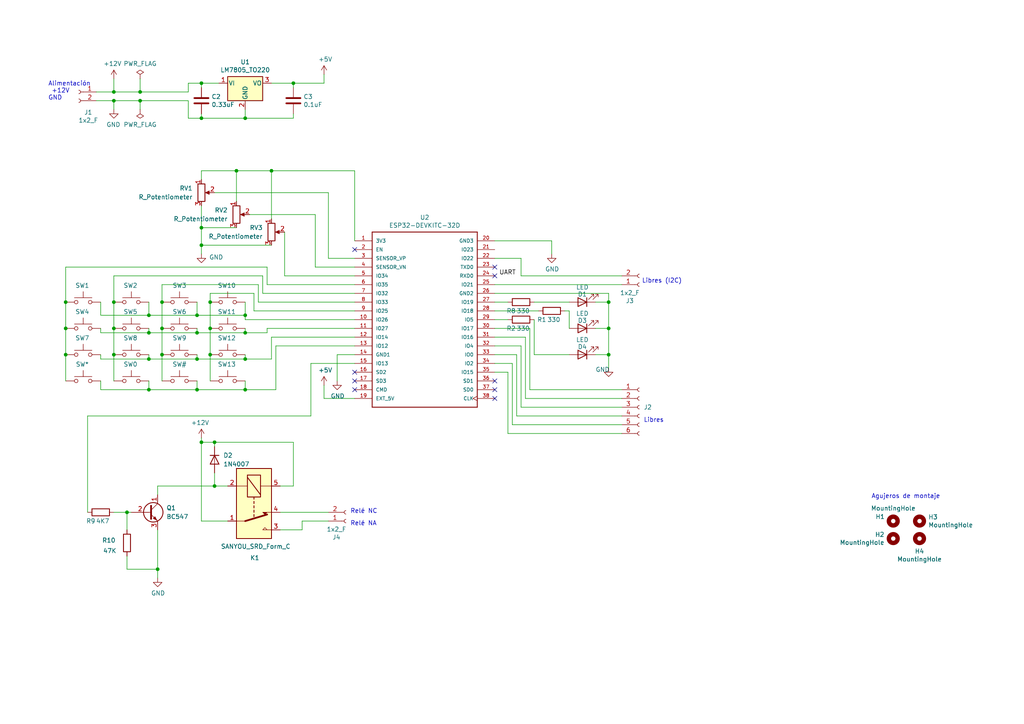
<source format=kicad_sch>
(kicad_sch (version 20231120) (generator "eeschema") (generator_version "8.0")
  (paper "A4")
  (title_block (title "Proyecto Informática II 2025") (date "2024-10-23") (rev "1.0") (company "Fernando E. Daniele"))
  (lib_symbols
    (symbol "Connector:Conn_01x06_Socket" (pin_names (offset 1.016) hide)
      (property "Reference" "J" (at 0 7.62 0))
      (property "Value" "Conn_01x06_Socket" (at 0 -10.16 0))
      (symbol "Conn_01x06_Socket_1_1"
        (arc (start 0 -7.112) (mid -0.5058 -7.62) (end 0 -8.128) (stroke (width 0.1524)))
        (arc (start 0 -4.572) (mid -0.5058 -5.08) (end 0 -5.588) (stroke (width 0.1524)))
        (arc (start 0 -2.032) (mid -0.5058 -2.54) (end 0 -3.048) (stroke (width 0.1524)))
        (polyline (pts (xy -1.27 -7.62) (xy -0.508 -7.62)) (stroke (width 0.1524)))
        (polyline (pts (xy -1.27 -5.08) (xy -0.508 -5.08)) (stroke (width 0.1524)))
        (polyline (pts (xy -1.27 -2.54) (xy -0.508 -2.54)) (stroke (width 0.1524)))
        (polyline (pts (xy -1.27 0) (xy -0.508 0)) (stroke (width 0.1524)))
        (polyline (pts (xy -1.27 2.54) (xy -0.508 2.54)) (stroke (width 0.1524)))
        (polyline (pts (xy -1.27 5.08) (xy -0.508 5.08)) (stroke (width 0.1524)))
        (arc (start 0 0.508) (mid -0.5058 0) (end 0 -0.508) (stroke (width 0.1524)))
        (arc (start 0 3.048) (mid -0.5058 2.54) (end 0 2.032) (stroke (width 0.1524)))
        (arc (start 0 5.588) (mid -0.5058 5.08) (end 0 4.572) (stroke (width 0.1524)))
        (pin passive line (at -5.08 5.08 0) (length 3.81) (name "Pin_1") (number "1"))
        (pin passive line (at -5.08 2.54 0) (length 3.81) (name "Pin_2") (number "2"))
        (pin passive line (at -5.08 0 0) (length 3.81) (name "Pin_3") (number "3"))
        (pin passive line (at -5.08 -2.54 0) (length 3.81) (name "Pin_4") (number "4"))
        (pin passive line (at -5.08 -5.08 0) (length 3.81) (name "Pin_5") (number "5"))
        (pin passive line (at -5.08 -7.62 0) (length 3.81) (name "Pin_6") (number "6"))
      )
    )
    (symbol "Device:C" (pin_numbers hide) (pin_names (offset 0.254))
      (property "Reference" "C" (at 0.635 2.54 0))
      (property "Value" "C" (at 0.635 -2.54 0))
      (symbol "C_0_1"
        (polyline (pts (xy -2.032 -0.762) (xy 2.032 -0.762)) (stroke (width 0.508)))
        (polyline (pts (xy -2.032 0.762) (xy 2.032 0.762)) (stroke (width 0.508)))
      )
      (symbol "C_1_1"
        (pin passive line (at 0 3.81 270) (length 2.794) (name "~") (number "1"))
        (pin passive line (at 0 -3.81 90) (length 2.794) (name "~") (number "2"))
      )
    )
    (symbol "Device:LED" (pin_numbers hide) (pin_names (offset 1.016) hide)
      (property "Reference" "D" (at 0 2.54 0))
      (property "Value" "LED" (at 0 -2.54 0))
      (symbol "LED_0_1"
        (polyline (pts (xy -1.27 -1.27) (xy -1.27 1.27)) (stroke (width 0.254)))
        (polyline (pts (xy -1.27 0) (xy 1.27 0)))
        (polyline (pts (xy 1.27 -1.27) (xy 1.27 1.27) (xy -1.27 0) (xy 1.27 -1.27)) (stroke (width 0.254)))
        (polyline (pts (xy -3.048 -0.762) (xy -4.572 -2.286) (xy -3.81 -2.286) (xy -4.572 -2.286) (xy -4.572 -1.524)))
        (polyline (pts (xy -1.778 -0.762) (xy -3.302 -2.286) (xy -2.54 -2.286) (xy -3.302 -2.286) (xy -3.302 -1.524)))
      )
      (symbol "LED_1_1"
        (pin passive line (at -3.81 0 0) (length 2.54) (name "K") (number "1"))
        (pin passive line (at 3.81 0 180) (length 2.54) (name "A") (number "2"))
      )
    )
    (symbol "Device:R" (pin_numbers hide) (pin_names (offset 0))
      (property "Reference" "R" (at 2.032 0 90))
      (property "Value" "R" (at 0 0 90))
      (symbol "R_0_1"
        (rectangle (start -1.016 -2.54) (end 1.016 2.54) (stroke (width 0.254)))
      )
      (symbol "R_1_1"
        (pin passive line (at 0 3.81 270) (length 1.27) (name "~") (number "1"))
        (pin passive line (at 0 -3.81 90) (length 1.27) (name "~") (number "2"))
      )
    )
    (symbol "Device:R_Potentiometer" (pin_names (offset 1.016) hide)
      (property "Reference" "RV" (at -4.445 0 90))
      (property "Value" "R_Potentiometer" (at -2.54 0 90))
      (symbol "R_Potentiometer_0_1"
        (polyline (pts (xy 2.54 0) (xy 1.524 0)))
        (polyline (pts (xy 1.143 0) (xy 2.286 0.508) (xy 2.286 -0.508) (xy 1.143 0)) (fill (type outline)))
        (rectangle (start 1.016 2.54) (end -1.016 -2.54) (stroke (width 0.254)))
      )
      (symbol "R_Potentiometer_1_1"
        (pin passive line (at 0 3.81 270) (length 1.27) (name "1") (number "1"))
        (pin passive line (at 3.81 0 180) (length 1.27) (name "2") (number "2"))
        (pin passive line (at 0 -3.81 90) (length 1.27) (name "3") (number "3"))
      )
    )
    (symbol "Diode:1N4007" (pin_numbers hide) (pin_names hide)
      (property "Reference" "D" (at 0 2.54 0))
      (property "Value" "1N4007" (at 0 -2.54 0))
      (symbol "1N4007_0_1"
        (polyline (pts (xy -1.27 1.27) (xy -1.27 -1.27)) (stroke (width 0.254)))
        (polyline (pts (xy 1.27 0) (xy -1.27 0)))
        (polyline (pts (xy 1.27 1.27) (xy 1.27 -1.27) (xy -1.27 0) (xy 1.27 1.27)) (stroke (width 0.254)))
      )
      (symbol "1N4007_1_1"
        (pin passive line (at -3.81 0 0) (length 2.54) (name "K") (number "1"))
        (pin passive line (at 3.81 0 180) (length 2.54) (name "A") (number "2"))
      )
    )
    (symbol "Mechanical:MountingHole" (pin_names (offset 1.016)) (exclude_from_sim yes) (in_bom no)
      (property "Reference" "H" (at 0 5.08 0))
      (property "Value" "MountingHole" (at 0 3.175 0))
      (symbol "MountingHole_0_1"
        (circle (center 0 0) (radius 1.27) (stroke (width 1.27)))
      )
    )
    (symbol "Regulator_Linear:LM7805_TO220" (pin_names (offset 0.254))
      (property "Reference" "U" (at -3.81 3.175 0))
      (property "Value" "LM7805_TO220" (at 0 3.175 0))
      (symbol "LM7805_TO220_0_1"
        (rectangle (start -5.08 1.905) (end 5.08 -5.08) (stroke (width 0.254)) (fill (type background)))
      )
      (symbol "LM7805_TO220_1_1"
        (pin power_in line (at -7.62 0 0) (length 2.54) (name "VI") (number "1"))
        (pin power_in line (at 0 -7.62 90) (length 2.54) (name "GND") (number "2"))
        (pin power_out line (at 7.62 0 180) (length 2.54) (name "VO") (number "3"))
      )
    )
    (symbol "Relay:SANYOU_SRD_Form_C"
      (property "Reference" "K" (at 11.43 3.81 0))
      (property "Value" "SANYOU_SRD_Form_C" (at 11.43 1.27 0))
      (symbol "SANYOU_SRD_Form_C_0_0"
        (polyline (pts (xy 7.62 5.08) (xy 7.62 2.54) (xy 6.985 3.175) (xy 7.62 3.81)))
      )
      (symbol "SANYOU_SRD_Form_C_0_1"
        (rectangle (start -10.16 5.08) (end 10.16 -5.08) (stroke (width 0.254)) (fill (type background)))
        (rectangle (start -8.255 1.905) (end -1.905 -1.905) (stroke (width 0.254)))
        (polyline (pts (xy -7.62 -1.905) (xy -2.54 1.905)) (stroke (width 0.254)))
        (polyline (pts (xy -5.08 -5.08) (xy -5.08 -1.905)))
        (polyline (pts (xy -5.08 5.08) (xy -5.08 1.905)))
        (polyline (pts (xy -1.905 0) (xy -1.27 0)) (stroke (width 0.254)))
        (polyline (pts (xy -0.635 0) (xy 0 0)) (stroke (width 0.254)))
        (polyline (pts (xy 0.635 0) (xy 1.27 0)) (stroke (width 0.254)))
        (polyline (pts (xy 1.905 0) (xy 2.54 0)) (stroke (width 0.254)))
        (polyline (pts (xy 3.175 0) (xy 3.81 0)) (stroke (width 0.254)))
        (polyline (pts (xy 5.08 -2.54) (xy 3.175 3.81)) (stroke (width 0.508)))
        (polyline (pts (xy 5.08 -2.54) (xy 5.08 -5.08)))
      )
      (symbol "SANYOU_SRD_Form_C_1_1"
        (polyline (pts (xy 2.54 3.81) (xy 3.175 3.175) (xy 2.54 2.54) (xy 2.54 5.08)) (fill (type outline)))
        (pin passive line (at 5.08 -7.62 90) (length 2.54) (name "~") (number "1"))
        (pin passive line (at -5.08 -7.62 90) (length 2.54) (name "~") (number "2"))
        (pin passive line (at 7.62 7.62 270) (length 2.54) (name "~") (number "3"))
        (pin passive line (at 2.54 7.62 270) (length 2.54) (name "~") (number "4"))
        (pin passive line (at -5.08 7.62 270) (length 2.54) (name "~") (number "5"))
      )
    )
    (symbol "Switch:SW_Push" (pin_numbers hide) (pin_names (offset 1.016) hide)
      (property "Reference" "SW" (at 1.27 2.54 0))
      (property "Value" "SW_Push" (at 0 -1.524 0))
      (symbol "SW_Push_0_1"
        (circle (center -2.032 0) (radius 0.508))
        (polyline (pts (xy 0 1.27) (xy 0 3.048)))
        (polyline (pts (xy 2.54 1.27) (xy -2.54 1.27)))
        (circle (center 2.032 0) (radius 0.508))
        (pin passive line (at -5.08 0 0) (length 2.54) (name "1") (number "1"))
        (pin passive line (at 5.08 0 180) (length 2.54) (name "2") (number "2"))
      )
    )
    (symbol "Titulador-rescue:+12V-power" (power) (pin_names (offset 0))
      (property "Value" "power_+12V" (at 0 3.556 0))
      (symbol "+12V-power_0_1"
        (polyline (pts (xy -0.762 1.27) (xy 0 2.54)))
        (polyline (pts (xy 0 0) (xy 0 2.54)))
        (polyline (pts (xy 0 2.54) (xy 0.762 1.27)))
      )
      (symbol "+12V-power_1_1"
        (pin power_in line (at 0 0 90) (length 0) hide (name "+12V") (number "1"))
      )
    )
    (symbol "Titulador-rescue:+5V-power" (power) (pin_names (offset 0))
      (property "Value" "power_+5V" (at 0 3.556 0))
      (symbol "+5V-power_0_1"
        (polyline (pts (xy -0.762 1.27) (xy 0 2.54)))
        (polyline (pts (xy 0 0) (xy 0 2.54)))
        (polyline (pts (xy 0 2.54) (xy 0.762 1.27)))
      )
      (symbol "+5V-power_1_1"
        (pin power_in line (at 0 0 90) (length 0) hide (name "+5V") (number "1"))
      )
    )
    (symbol "Titulador-rescue:Conn_01x02_Female-Connector" (pin_names (offset 1.016) hide)
      (property "Reference" "J" (at 0 2.54 0))
      (property "Value" "Connector_Conn_01x02_Female" (at 0 -5.08 0))
      (symbol "Conn_01x02_Female-Connector_1_1"
        (arc (start 0 -2.032) (mid -0.508 -2.54) (end 0 -3.048) (stroke (width 0.1524)))
        (polyline (pts (xy -1.27 -2.54) (xy -0.508 -2.54)) (stroke (width 0.1524)))
        (polyline (pts (xy -1.27 0) (xy -0.508 0)) (stroke (width 0.1524)))
        (arc (start 0 0.508) (mid -0.508 0) (end 0 -0.508) (stroke (width 0.1524)))
        (pin passive line (at -5.08 0 0) (length 3.81) (name "Pin_1") (number "1"))
        (pin passive line (at -5.08 -2.54 0) (length 3.81) (name "Pin_2") (number "2"))
      )
    )
    (symbol "Titulador-rescue:ESP32-DEVKITC-32D-ESP32-DEVKITC-32D" (pin_names (offset 1.016))
      (property "Reference" "U" (at -15.2654 26.0604 0))
      (property "Value" "ESP32-DEVKITC-32D-ESP32-DEVKITC-32D" (at -15.2654 -27.9654 0))
      (symbol "ESP32-DEVKITC-32D-ESP32-DEVKITC-32D_0_0"
        (polyline (pts (xy -15.24 -25.4) (xy -15.24 25.4)) (stroke (width 0.254)))
        (polyline (pts (xy -15.24 25.4) (xy 15.24 25.4)) (stroke (width 0.254)))
        (polyline (pts (xy 15.24 -25.4) (xy -15.24 -25.4)) (stroke (width 0.254)))
        (polyline (pts (xy 15.24 25.4) (xy 15.24 -25.4)) (stroke (width 0.254)))
        (pin power_in line (at -20.32 22.86 0) (length 5.08) (name "3V3") (number "1"))
        (pin bidirectional line (at -20.32 0 0) (length 5.08) (name "IO26") (number "10"))
        (pin bidirectional line (at -20.32 -2.54 0) (length 5.08) (name "IO27") (number "11"))
        (pin bidirectional line (at -20.32 -5.08 0) (length 5.08) (name "IO14") (number "12"))
        (pin bidirectional line (at -20.32 -7.62 0) (length 5.08) (name "IO12") (number "13"))
        (pin power_in line (at -20.32 -10.16 0) (length 5.08) (name "GND1") (number "14"))
        (pin bidirectional line (at -20.32 -12.7 0) (length 5.08) (name "IO13") (number "15"))
        (pin bidirectional line (at -20.32 -15.24 0) (length 5.08) (name "SD2") (number "16"))
        (pin bidirectional line (at -20.32 -17.78 0) (length 5.08) (name "SD3") (number "17"))
        (pin bidirectional line (at -20.32 -20.32 0) (length 5.08) (name "CMD") (number "18"))
        (pin power_in line (at -20.32 -22.86 0) (length 5.08) (name "EXT_5V") (number "19"))
        (pin input line (at -20.32 20.32 0) (length 5.08) (name "EN") (number "2"))
        (pin power_in line (at 20.32 22.86 180) (length 5.08) (name "GND3") (number "20"))
        (pin bidirectional line (at 20.32 20.32 180) (length 5.08) (name "IO23") (number "21"))
        (pin bidirectional line (at 20.32 17.78 180) (length 5.08) (name "IO22") (number "22"))
        (pin output line (at 20.32 15.24 180) (length 5.08) (name "TXD0") (number "23"))
        (pin input line (at 20.32 12.7 180) (length 5.08) (name "RXD0") (number "24"))
        (pin bidirectional line (at 20.32 10.16 180) (length 5.08) (name "IO21") (number "25"))
        (pin power_in line (at 20.32 7.62 180) (length 5.08) (name "GND2") (number "26"))
        (pin bidirectional line (at 20.32 5.08 180) (length 5.08) (name "IO19") (number "27"))
        (pin bidirectional line (at 20.32 2.54 180) (length 5.08) (name "IO18") (number "28"))
        (pin bidirectional line (at 20.32 0 180) (length 5.08) (name "IO5") (number "29"))
        (pin input line (at -20.32 17.78 0) (length 5.08) (name "SENSOR_VP") (number "3"))
        (pin bidirectional line (at 20.32 -2.54 180) (length 5.08) (name "IO17") (number "30"))
        (pin bidirectional line (at 20.32 -5.08 180) (length 5.08) (name "IO16") (number "31"))
        (pin bidirectional line (at 20.32 -7.62 180) (length 5.08) (name "IO4") (number "32"))
        (pin bidirectional line (at 20.32 -10.16 180) (length 5.08) (name "IO0") (number "33"))
        (pin bidirectional line (at 20.32 -12.7 180) (length 5.08) (name "IO2") (number "34"))
        (pin bidirectional line (at 20.32 -15.24 180) (length 5.08) (name "IO15") (number "35"))
        (pin bidirectional line (at 20.32 -17.78 180) (length 5.08) (name "SD1") (number "36"))
        (pin bidirectional line (at 20.32 -20.32 180) (length 5.08) (name "SD0") (number "37"))
        (pin input clock (at 20.32 -22.86 180) (length 5.08) (name "CLK") (number "38"))
        (pin input line (at -20.32 15.24 0) (length 5.08) (name "SENSOR_VN") (number "4"))
        (pin bidirectional line (at -20.32 12.7 0) (length 5.08) (name "IO34") (number "5"))
        (pin bidirectional line (at -20.32 10.16 0) (length 5.08) (name "IO35") (number "6"))
        (pin bidirectional line (at -20.32 7.62 0) (length 5.08) (name "IO32") (number "7"))
        (pin bidirectional line (at -20.32 5.08 0) (length 5.08) (name "IO33") (number "8"))
        (pin bidirectional line (at -20.32 2.54 0) (length 5.08) (name "IO25") (number "9"))
      )
    )
    (symbol "Titulador-rescue:GND-power" (power) (pin_names (offset 0))
      (property "Value" "power_GND" (at 0 -3.81 0))
      (symbol "GND-power_0_1"
        (polyline (pts (xy 0 0) (xy 0 -1.27) (xy 1.27 -1.27) (xy 0 -2.54) (xy -1.27 -1.27) (xy 0 -1.27)))
      )
      (symbol "GND-power_1_1"
        (pin power_in line (at 0 0 270) (length 0) hide (name "GND") (number "1"))
      )
    )
    (symbol "Titulador-rescue:PWR_FLAG-power" (power) (pin_numbers hide) (pin_names (offset 0) hide)
      (property "Value" "power_PWR_FLAG" (at 0 3.81 0))
      (symbol "PWR_FLAG-power_0_0"
        (pin power_out line (at 0 0 90) (length 0) (name "pwr") (number "1"))
      )
      (symbol "PWR_FLAG-power_0_1"
        (polyline (pts (xy 0 0) (xy 0 1.27) (xy -1.016 1.905) (xy 0 2.54) (xy 1.016 1.905) (xy 0 1.27)))
      )
    )
    (symbol "Transistor_BJT:BC547" (pin_names (offset 0) hide)
      (property "Reference" "Q" (at 5.08 1.905 0))
      (property "Value" "BC547" (at 5.08 0 0))
      (symbol "BC547_0_1"
        (polyline (pts (xy 0 0) (xy 0.635 0)))
        (polyline (pts (xy 0.635 0.635) (xy 2.54 2.54)))
        (polyline (pts (xy 0.635 -0.635) (xy 2.54 -2.54) (xy 2.54 -2.54)))
        (polyline (pts (xy 0.635 1.905) (xy 0.635 -1.905) (xy 0.635 -1.905)) (stroke (width 0.508)))
        (polyline (pts (xy 1.27 -1.778) (xy 1.778 -1.27) (xy 2.286 -2.286) (xy 1.27 -1.778) (xy 1.27 -1.778)) (fill (type outline)))
        (circle (center 1.27 0) (radius 2.8194) (stroke (width 0.254)))
      )
      (symbol "BC547_1_1"
        (pin passive line (at 2.54 5.08 270) (length 2.54) (name "C") (number "1"))
        (pin input line (at -5.08 0 0) (length 5.08) (name "B") (number "2"))
        (pin passive line (at 2.54 -5.08 90) (length 2.54) (name "E") (number "3"))
      )
    )
  )
  (junction (at 43.18 113.03))
  (junction (at 62.23 128.27))
  (junction (at 43.18 91.44))
  (junction (at 57.15 113.03))
  (junction (at 58.42 34.29))
  (junction (at 19.05 102.87))
  (junction (at 40.64 26.67))
  (junction (at 33.02 95.25))
  (junction (at 71.12 113.03))
  (junction (at 45.72 165.1))
  (junction (at 62.23 140.97))
  (junction (at 176.53 87.63))
  (junction (at 46.99 95.25))
  (junction (at 57.15 91.44))
  (junction (at 36.83 148.59))
  (junction (at 176.53 102.87))
  (junction (at 60.96 87.63))
  (junction (at 43.18 96.52))
  (junction (at 78.74 49.53))
  (junction (at 19.05 87.63))
  (junction (at 46.99 87.63))
  (junction (at 57.15 104.14))
  (junction (at 60.96 102.87))
  (junction (at 33.02 29.21))
  (junction (at 60.96 95.25))
  (junction (at 58.42 66.04))
  (junction (at 40.64 29.21))
  (junction (at 71.12 91.44))
  (junction (at 176.53 95.25))
  (junction (at 58.42 71.12))
  (junction (at 33.02 102.87))
  (junction (at 71.12 96.52))
  (junction (at 58.42 128.27))
  (junction (at 19.05 95.25))
  (junction (at 68.58 49.53))
  (junction (at 43.18 104.14))
  (junction (at 57.15 96.52))
  (junction (at 85.09 24.13))
  (junction (at 71.12 34.29))
  (junction (at 46.99 102.87))
  (junction (at 71.12 104.14))
  (junction (at 33.02 26.67))
  (junction (at 33.02 87.63))
  (junction (at 58.42 24.13))
  (no_connect (at 102.87 72.39))
  (no_connect (at 102.87 110.49))
  (no_connect (at 143.51 77.47))
  (no_connect (at 143.51 110.49))
  (no_connect (at 143.51 115.57))
  (no_connect (at 102.87 107.95))
  (no_connect (at 102.87 113.03))
  (no_connect (at 143.51 80.01))
  (no_connect (at 143.51 113.03))
  (wire (pts (xy 160.02 69.85) (xy 160.02 73.66)))
  (wire (pts (xy 27.94 26.67) (xy 33.02 26.67)))
  (wire (pts (xy 58.42 71.12) (xy 78.74 71.12)))
  (wire (pts (xy 33.02 22.86) (xy 33.02 26.67)))
  (wire (pts (xy 45.72 140.97) (xy 62.23 140.97)))
  (wire (pts (xy 78.74 97.79) (xy 78.74 104.14)))
  (wire (pts (xy 87.63 153.67) (xy 81.28 153.67)))
  (wire (pts (xy 58.42 49.53) (xy 58.42 52.07)))
  (wire (pts (xy 36.83 148.59) (xy 38.1 148.59)))
  (wire (pts (xy 154.94 92.71) (xy 154.94 102.87)))
  (wire (pts (xy 25.4 120.65) (xy 90.17 120.65)))
  (wire (pts (xy 71.12 34.29) (xy 71.12 31.75)))
  (wire (pts (xy 154.94 102.87) (xy 165.1 102.87)))
  (wire (pts (xy 153.67 95.25) (xy 143.51 95.25)))
  (wire (pts (xy 95.25 74.93) (xy 102.87 74.93)))
  (wire (pts (xy 172.72 102.87) (xy 176.53 102.87)))
  (wire (pts (xy 172.72 87.63) (xy 176.53 87.63)))
  (wire (pts (xy 19.05 102.87) (xy 19.05 110.49)))
  (wire (pts (xy 76.2 80.01) (xy 33.02 80.01)))
  (wire (pts (xy 180.34 123.19) (xy 148.59 123.19)))
  (wire (pts (xy 163.83 90.17) (xy 165.1 90.17)))
  (wire (pts (xy 77.47 82.55) (xy 77.47 77.47)))
  (wire (pts (xy 76.2 85.09) (xy 76.2 80.01)))
  (wire (pts (xy 19.05 77.47) (xy 19.05 87.63)))
  (wire (pts (xy 29.21 104.14) (xy 43.18 104.14)))
  (wire (pts (xy 180.34 118.11) (xy 151.13 118.11)))
  (wire (pts (xy 74.93 87.63) (xy 74.93 82.55)))
  (wire (pts (xy 57.15 110.49) (xy 57.15 113.03)))
  (wire (pts (xy 102.87 85.09) (xy 76.2 85.09)))
  (wire (pts (xy 68.58 49.53) (xy 68.58 58.42)))
  (wire (pts (xy 57.15 96.52) (xy 57.15 95.25)))
  (wire (pts (xy 54.61 34.29) (xy 58.42 34.29)))
  (wire (pts (xy 147.32 107.95) (xy 147.32 125.73)))
  (wire (pts (xy 57.15 113.03) (xy 43.18 113.03)))
  (wire (pts (xy 54.61 24.13) (xy 58.42 24.13)))
  (wire (pts (xy 33.02 80.01) (xy 33.02 87.63)))
  (wire (pts (xy 102.87 115.57) (xy 93.98 115.57)))
  (wire (pts (xy 90.17 105.41) (xy 102.87 105.41)))
  (wire (pts (xy 143.51 92.71) (xy 147.32 92.71)))
  (wire (pts (xy 71.12 102.87) (xy 71.12 104.14)))
  (wire (pts (xy 147.32 125.73) (xy 180.34 125.73)))
  (wire (pts (xy 46.99 87.63) (xy 46.99 95.25)))
  (wire (pts (xy 60.96 87.63) (xy 60.96 95.25)))
  (wire (pts (xy 151.13 74.93) (xy 143.51 74.93)))
  (wire (pts (xy 102.87 87.63) (xy 74.93 87.63)))
  (wire (pts (xy 165.1 90.17) (xy 165.1 95.25)))
  (wire (pts (xy 91.44 62.23) (xy 91.44 77.47)))
  (wire (pts (xy 62.23 55.88) (xy 95.25 55.88)))
  (wire (pts (xy 85.09 24.13) (xy 93.98 24.13)))
  (wire (pts (xy 66.04 151.13) (xy 58.42 151.13)))
  (wire (pts (xy 45.72 165.1) (xy 45.72 167.64)))
  (wire (pts (xy 176.53 87.63) (xy 176.53 95.25)))
  (wire (pts (xy 58.42 66.04) (xy 68.58 66.04)))
  (wire (pts (xy 66.04 140.97) (xy 62.23 140.97)))
  (wire (pts (xy 58.42 66.04) (xy 58.42 71.12)))
  (wire (pts (xy 71.12 92.71) (xy 71.12 91.44)))
  (wire (pts (xy 19.05 95.25) (xy 19.05 102.87)))
  (wire (pts (xy 85.09 34.29) (xy 71.12 34.29)))
  (wire (pts (xy 33.02 31.75) (xy 33.02 29.21)))
  (wire (pts (xy 90.17 105.41) (xy 90.17 120.65)))
  (wire (pts (xy 33.02 102.87) (xy 33.02 110.49)))
  (wire (pts (xy 71.12 104.14) (xy 57.15 104.14)))
  (wire (pts (xy 80.01 113.03) (xy 71.12 113.03)))
  (wire (pts (xy 102.87 102.87) (xy 97.79 102.87)))
  (wire (pts (xy 45.72 143.51) (xy 45.72 140.97)))
  (wire (pts (xy 43.18 91.44) (xy 57.15 91.44)))
  (wire (pts (xy 19.05 87.63) (xy 19.05 95.25)))
  (wire (pts (xy 149.86 102.87) (xy 143.51 102.87)))
  (wire (pts (xy 58.42 33.02) (xy 58.42 34.29)))
  (wire (pts (xy 29.21 91.44) (xy 43.18 91.44)))
  (wire (pts (xy 77.47 95.25) (xy 77.47 96.52)))
  (wire (pts (xy 87.63 151.13) (xy 87.63 153.67)))
  (wire (pts (xy 143.51 82.55) (xy 180.34 82.55)))
  (wire (pts (xy 33.02 95.25) (xy 33.02 102.87)))
  (wire (pts (xy 43.18 91.44) (xy 43.18 87.63)))
  (wire (pts (xy 102.87 97.79) (xy 78.74 97.79)))
  (wire (pts (xy 102.87 92.71) (xy 71.12 92.71)))
  (wire (pts (xy 151.13 100.33) (xy 143.51 100.33)))
  (wire (pts (xy 46.99 95.25) (xy 46.99 102.87)))
  (wire (pts (xy 40.64 29.21) (xy 54.61 29.21)))
  (wire (pts (xy 25.4 148.59) (xy 25.4 120.65)))
  (wire (pts (xy 176.53 95.25) (xy 176.53 102.87)))
  (wire (pts (xy 91.44 77.47) (xy 102.87 77.47)))
  (wire (pts (xy 72.39 62.23) (xy 91.44 62.23)))
  (wire (pts (xy 57.15 113.03) (xy 71.12 113.03)))
  (wire (pts (xy 60.96 95.25) (xy 60.96 102.87)))
  (wire (pts (xy 40.64 29.21) (xy 33.02 29.21)))
  (wire (pts (xy 77.47 96.52) (xy 71.12 96.52)))
  (wire (pts (xy 57.15 104.14) (xy 43.18 104.14)))
  (wire (pts (xy 102.87 100.33) (xy 80.01 100.33)))
  (wire (pts (xy 58.42 151.13) (xy 58.42 128.27)))
  (wire (pts (xy 151.13 118.11) (xy 151.13 100.33)))
  (wire (pts (xy 102.87 82.55) (xy 77.47 82.55)))
  (wire (pts (xy 85.09 25.4) (xy 85.09 24.13)))
  (wire (pts (xy 102.87 95.25) (xy 77.47 95.25)))
  (wire (pts (xy 40.64 31.75) (xy 40.64 29.21)))
  (wire (pts (xy 29.21 102.87) (xy 29.21 104.14)))
  (wire (pts (xy 43.18 113.03) (xy 29.21 113.03)))
  (wire (pts (xy 73.66 90.17) (xy 73.66 85.09)))
  (wire (pts (xy 102.87 90.17) (xy 73.66 90.17)))
  (wire (pts (xy 36.83 153.67) (xy 36.83 148.59)))
  (wire (pts (xy 85.09 33.02) (xy 85.09 34.29)))
  (wire (pts (xy 85.09 140.97) (xy 85.09 128.27)))
  (wire (pts (xy 152.4 115.57) (xy 152.4 97.79)))
  (wire (pts (xy 36.83 161.29) (xy 36.83 165.1)))
  (wire (pts (xy 46.99 82.55) (xy 46.99 87.63)))
  (wire (pts (xy 29.21 87.63) (xy 29.21 91.44)))
  (wire (pts (xy 71.12 110.49) (xy 71.12 113.03)))
  (wire (pts (xy 54.61 29.21) (xy 54.61 34.29)))
  (wire (pts (xy 29.21 95.25) (xy 29.21 96.52)))
  (wire (pts (xy 143.51 90.17) (xy 156.21 90.17)))
  (wire (pts (xy 180.34 113.03) (xy 153.67 113.03)))
  (wire (pts (xy 73.66 85.09) (xy 60.96 85.09)))
  (wire (pts (xy 102.87 49.53) (xy 102.87 69.85)))
  (wire (pts (xy 33.02 87.63) (xy 33.02 95.25)))
  (wire (pts (xy 93.98 24.13) (xy 93.98 21.59)))
  (wire (pts (xy 29.21 113.03) (xy 29.21 110.49)))
  (wire (pts (xy 74.93 82.55) (xy 46.99 82.55)))
  (wire (pts (xy 46.99 102.87) (xy 46.99 110.49)))
  (wire (pts (xy 60.96 102.87) (xy 60.96 110.49)))
  (wire (pts (xy 148.59 123.19) (xy 148.59 105.41)))
  (wire (pts (xy 82.55 80.01) (xy 82.55 67.31)))
  (wire (pts (xy 81.28 148.59) (xy 95.25 148.59)))
  (wire (pts (xy 60.96 85.09) (xy 60.96 87.63)))
  (wire (pts (xy 57.15 96.52) (xy 71.12 96.52)))
  (wire (pts (xy 148.59 105.41) (xy 143.51 105.41)))
  (wire (pts (xy 62.23 137.16) (xy 62.23 140.97)))
  (wire (pts (xy 180.34 120.65) (xy 149.86 120.65)))
  (wire (pts (xy 143.51 107.95) (xy 147.32 107.95)))
  (wire (pts (xy 97.79 102.87) (xy 97.79 110.49)))
  (wire (pts (xy 71.12 87.63) (xy 71.12 91.44)))
  (wire (pts (xy 143.51 69.85) (xy 160.02 69.85)))
  (wire (pts (xy 153.67 113.03) (xy 153.67 95.25)))
  (wire (pts (xy 62.23 129.54) (xy 62.23 128.27)))
  (wire (pts (xy 57.15 87.63) (xy 57.15 91.44)))
  (wire (pts (xy 176.53 85.09) (xy 176.53 87.63)))
  (wire (pts (xy 71.12 95.25) (xy 71.12 96.52)))
  (wire (pts (xy 93.98 115.57) (xy 93.98 111.76)))
  (wire (pts (xy 78.74 24.13) (xy 85.09 24.13)))
  (wire (pts (xy 180.34 115.57) (xy 152.4 115.57)))
  (wire (pts (xy 57.15 102.87) (xy 57.15 104.14)))
  (wire (pts (xy 172.72 95.25) (xy 176.53 95.25)))
  (wire (pts (xy 54.61 26.67) (xy 54.61 24.13)))
  (wire (pts (xy 33.02 148.59) (xy 36.83 148.59)))
  (wire (pts (xy 36.83 165.1) (xy 45.72 165.1)))
  (wire (pts (xy 58.42 25.4) (xy 58.42 24.13)))
  (wire (pts (xy 58.42 24.13) (xy 63.5 24.13)))
  (wire (pts (xy 78.74 49.53) (xy 102.87 49.53)))
  (wire (pts (xy 81.28 140.97) (xy 85.09 140.97)))
  (wire (pts (xy 149.86 120.65) (xy 149.86 102.87)))
  (wire (pts (xy 58.42 59.69) (xy 58.42 66.04)))
  (wire (pts (xy 27.94 29.21) (xy 33.02 29.21)))
  (wire (pts (xy 58.42 128.27) (xy 58.42 127)))
  (wire (pts (xy 143.51 85.09) (xy 176.53 85.09)))
  (wire (pts (xy 82.55 80.01) (xy 102.87 80.01)))
  (wire (pts (xy 154.94 87.63) (xy 165.1 87.63)))
  (wire (pts (xy 180.34 80.01) (xy 151.13 80.01)))
  (wire (pts (xy 45.72 153.67) (xy 45.72 165.1)))
  (wire (pts (xy 143.51 87.63) (xy 147.32 87.63)))
  (wire (pts (xy 57.15 91.44) (xy 71.12 91.44)))
  (wire (pts (xy 43.18 95.25) (xy 43.18 96.52)))
  (wire (pts (xy 40.64 26.67) (xy 33.02 26.67)))
  (wire (pts (xy 58.42 71.12) (xy 58.42 73.66)))
  (wire (pts (xy 58.42 34.29) (xy 71.12 34.29)))
  (wire (pts (xy 62.23 128.27) (xy 85.09 128.27)))
  (wire (pts (xy 43.18 110.49) (xy 43.18 113.03)))
  (wire (pts (xy 40.64 22.86) (xy 40.64 26.67)))
  (wire (pts (xy 40.64 26.67) (xy 54.61 26.67)))
  (wire (pts (xy 95.25 151.13) (xy 87.63 151.13)))
  (wire (pts (xy 80.01 100.33) (xy 80.01 113.03)))
  (wire (pts (xy 43.18 102.87) (xy 43.18 104.14)))
  (wire (pts (xy 68.58 49.53) (xy 78.74 49.53)))
  (wire (pts (xy 78.74 104.14) (xy 71.12 104.14)))
  (wire (pts (xy 29.21 96.52) (xy 43.18 96.52)))
  (wire (pts (xy 58.42 49.53) (xy 68.58 49.53)))
  (wire (pts (xy 78.74 49.53) (xy 78.74 63.5)))
  (wire (pts (xy 43.18 96.52) (xy 57.15 96.52)))
  (wire (pts (xy 152.4 97.79) (xy 143.51 97.79)))
  (wire (pts (xy 176.53 102.87) (xy 176.53 106.68)))
  (wire (pts (xy 77.47 77.47) (xy 19.05 77.47)))
  (wire (pts (xy 151.13 80.01) (xy 151.13 74.93)))
  (wire (pts (xy 95.25 55.88) (xy 95.25 74.93)))
  (wire (pts (xy 58.42 128.27) (xy 62.23 128.27)))
  (text "Libres (I2C)" (at 186.182 82.296 0) (effects (font (size 1.27 1.27)) (justify left bottom)))
  (text "Relé NA" (at 101.6 152.654 0) (effects (font (size 1.27 1.27)) (justify left bottom)))
  (text "Libres" (at 186.69 122.682 0) (effects (font (size 1.27 1.27)) (justify left bottom)))
  (text "Alimentación\n +12V\nGND" (at 13.97 29.21 0) (effects (font (size 1.27 1.27)) (justify left bottom)))
  (text "Agujeros de montaje" (at 252.73 144.78 0) (effects (font (size 1.27 1.27)) (justify left bottom)))
  (text "Relé NC" (at 101.6 149.098 0) (effects (font (size 1.27 1.27)) (justify left bottom)))
  (label "UART" (at 144.78 80.01 0))
  (symbol (lib_id "Titulador-rescue:ESP32-DEVKITC-32D-ESP32-DEVKITC-32D") (at 123.19 92.71 0) (unit 1)
    (property "Reference" "U2" (at 123.19 63.0682 0))
    (property "Value" "ESP32-DEVKITC-32D" (at 123.19 65.3796 0))
    (property "Footprint" "pcbTitulador:MODULE_ESP32-DEVKITC-32D" (effects (hide yes)))
    (property "Datasheet" "4" (effects (hide yes)))
    (property "Field4" "Espressif Systems" (effects (hide yes)))
  )
  (symbol (lib_id "Titulador-rescue:Conn_01x02_Female-Connector") (at 22.86 26.67 0) (mirror y) (unit 1)
    (property "Reference" "J1" (at 25.6032 32.5882 0))
    (property "Value" "1x2_F" (at 25.6032 34.8996 0))
    (property "Footprint" "Connector_PinSocket_2.54mm:PinSocket_1x02_P2.54mm_Vertical" (effects (hide yes)))
  )
  (symbol (lib_id "Titulador-rescue:GND-power") (at 33.02 31.75 0) (mirror y) (unit 1)
    (property "Reference" "#PWR03" (effects (hide yes)))
    (property "Value" "GND" (at 32.893 36.1442 0))
  )
  (symbol (lib_id "Titulador-rescue:+12V-power") (at 33.02 22.86 0) (mirror y) (unit 1)
    (property "Reference" "#PWR02" (effects (hide yes)))
    (property "Value" "+12V" (at 32.639 18.4658 0))
  )
  (symbol (lib_id "Titulador-rescue:GND-power") (at 97.79 110.49 0) (unit 1)
    (property "Reference" "#PWR012" (effects (hide yes)))
    (property "Value" "GND" (at 97.917 114.8842 0))
  )
  (symbol (lib_id "Titulador-rescue:GND-power") (at 176.53 106.68 0) (unit 1)
    (property "Reference" "#PWR016" (effects (hide yes)))
    (property "Value" "GND" (at 172.72 107.188 0) (effects (justify left)))
  )
  (symbol (lib_id "Titulador-rescue:+5V-power") (at 93.98 111.76 0) (unit 1)
    (property "Reference" "#PWR011" (effects (hide yes)))
    (property "Value" "+5V" (at 94.361 107.3658 0))
  )
  (symbol (lib_id "Mechanical:MountingHole") (at 266.7 151.13 0) (unit 1)
    (property "Reference" "H3" (at 269.24 149.9616 0) (effects (justify left)))
    (property "Value" "MountingHole" (at 269.24 152.273 0) (effects (justify left)))
    (property "Footprint" "MountingHole:MountingHole_3mm" (effects (hide yes)))
  )
  (symbol (lib_id "Mechanical:MountingHole") (at 266.7 156.21 0) (unit 1)
    (property "Reference" "H4" (at 266.7 159.893 0))
    (property "Value" "MountingHole" (at 266.7 162.2044 0))
    (property "Footprint" "MountingHole:MountingHole_3mm" (effects (hide yes)))
  )
  (symbol (lib_id "Mechanical:MountingHole") (at 259.08 151.13 0) (unit 1)
    (property "Reference" "H1" (at 255.27 149.86 0))
    (property "Value" "MountingHole" (at 259.08 147.4216 0))
    (property "Footprint" "MountingHole:MountingHole_3mm" (effects (hide yes)))
  )
  (symbol (lib_id "Mechanical:MountingHole") (at 259.08 156.21 0) (unit 1)
    (property "Reference" "H2" (at 256.54 155.0416 0) (effects (justify right)))
    (property "Value" "MountingHole" (at 256.54 157.353 0) (effects (justify right)))
    (property "Footprint" "MountingHole:MountingHole_3mm" (effects (hide yes)))
  )
  (symbol (lib_id "Titulador-rescue:PWR_FLAG-power") (at 40.64 22.86 0) (unit 1)
    (property "Reference" "#FLG01" (effects (hide yes)))
    (property "Value" "PWR_FLAG" (at 40.64 18.4658 0))
  )
  (symbol (lib_id "Titulador-rescue:PWR_FLAG-power") (at 40.64 31.75 180) (unit 1)
    (property "Reference" "#FLG02" (effects (hide yes)))
    (property "Value" "PWR_FLAG" (at 40.64 36.1442 0))
  )
  (symbol (lib_id "Titulador-rescue:GND-power") (at 160.02 73.66 0) (unit 1)
    (property "Reference" "#PWR018" (effects (hide yes)))
    (property "Value" "GND" (at 160.147 78.0542 0))
  )
  (symbol (lib_id "Regulator_Linear:LM7805_TO220") (at 71.12 24.13 0) (unit 1)
    (property "Reference" "U1" (at 71.12 17.9832 0))
    (property "Value" "LM7805_TO220" (at 71.12 20.2946 0))
    (property "Footprint" "Package_TO_SOT_THT:TO-220F-3_Horizontal_TabDown" (effects (hide yes)))
    (property "Datasheet" "http://www.fairchildsemi.com/ds/LM/LM7805.pdf" (effects (hide yes)))
  )
  (symbol (lib_id "Device:C") (at 58.42 29.21 0) (unit 1)
    (property "Reference" "C2" (at 61.341 28.0416 0) (effects (justify left)))
    (property "Value" "0.33uF" (at 61.341 30.353 0) (effects (justify left)))
    (property "Footprint" "Capacitor_THT:C_Axial_L5.1mm_D3.1mm_P7.50mm_Horizontal" (effects (hide yes)))
  )
  (symbol (lib_id "Device:C") (at 85.09 29.21 0) (unit 1)
    (property "Reference" "C3" (at 88.011 28.0416 0) (effects (justify left)))
    (property "Value" "0.1uF" (at 88.011 30.353 0) (effects (justify left)))
    (property "Footprint" "Capacitor_THT:C_Axial_L5.1mm_D3.1mm_P7.50mm_Horizontal" (effects (hide yes)))
  )
  (symbol (lib_id "Titulador-rescue:+5V-power") (at 93.98 21.59 0) (unit 1)
    (property "Reference" "#PWR013" (effects (hide yes)))
    (property "Value" "+5V" (at 94.361 17.1958 0))
  )
  (symbol (lib_id "Switch:SW_Push") (at 52.07 87.63 0) (unit 1)
    (property "Reference" "SW3" (at 52.07 82.804 0))
    (property "Value" "SW_Push" (effects (hide yes)))
    (property "Description" "Push button switch, generic, two pins" (effects (hide yes)))
  )
  (symbol (lib_id "Device:LED") (at 168.91 87.63 180) (unit 1)
    (property "Reference" "D1" (at 168.91 85.344 0))
    (property "Value" "LED" (at 168.91 83.312 0))
    (property "Description" "Light emitting diode" (effects (hide yes)))
  )
  (symbol (lib_id "Switch:SW_Push") (at 38.1 87.63 0) (unit 1)
    (property "Reference" "SW2" (at 37.846 82.804 0))
    (property "Value" "SW_Push" (effects (hide yes)))
    (property "Description" "Push button switch, generic, two pins" (effects (hide yes)))
  )
  (symbol (lib_id "Device:LED") (at 168.91 95.25 180) (unit 1)
    (property "Reference" "D3" (at 168.91 92.964 0))
    (property "Value" "LED" (at 168.91 90.932 0))
    (property "Description" "Light emitting diode" (effects (hide yes)))
  )
  (symbol (lib_id "Switch:SW_Push") (at 66.04 102.87 0) (unit 1)
    (property "Reference" "SW12" (at 65.786 98.044 0))
    (property "Value" "SW_Push" (effects (hide yes)))
    (property "Description" "Push button switch, generic, two pins" (effects (hide yes)))
  )
  (symbol (lib_id "Diode:1N4007") (at 62.23 133.35 270) (unit 1)
    (property "Reference" "D2" (at 64.77 132.0799 90) (effects (justify left)))
    (property "Value" "1N4007" (at 64.77 134.6199 90) (effects (justify left)))
    (property "Footprint" "Diode_THT:D_DO-41_SOD81_P10.16mm_Horizontal" (effects (hide yes)))
    (property "Datasheet" "http://www.vishay.com/docs/88503/1n4001.pdf" (effects (hide yes)))
    (property "Description" "1000V 1A General Purpose Rectifier Diode, DO-41" (effects (hide yes)))
    (property "Sim.Device" "D" (effects (hide yes)))
    (property "Sim.Pins" "1=K 2=A" (effects (hide yes)))
  )
  (symbol (lib_id "Connector:Conn_01x06_Socket") (at 185.42 118.11 0) (unit 1)
    (property "Reference" "J2" (at 186.69 118.1099 0) (effects (justify left)))
    (property "Value" "Conn_01x06_Socket" (effects (hide yes)))
    (property "Description" "Generic connector, single row, 01x06, script generated" (effects (hide yes)))
  )
  (symbol (lib_id "Device:R_Potentiometer") (at 78.74 67.31 0) (unit 1)
    (property "Reference" "RV3" (at 76.2 66.0399 0) (effects (justify right)))
    (property "Value" "R_Potentiometer" (at 76.2 68.5799 0) (effects (justify right)))
    (property "Description" "Potentiometer" (effects (hide yes)))
  )
  (symbol (lib_id "Device:R_Potentiometer") (at 58.42 55.88 0) (unit 1)
    (property "Reference" "RV1" (at 55.88 54.6099 0) (effects (justify right)))
    (property "Value" "R_Potentiometer" (at 55.88 57.1499 0) (effects (justify right)))
    (property "Description" "Potentiometer" (effects (hide yes)))
  )
  (symbol (lib_id "Switch:SW_Push") (at 66.04 87.63 0) (unit 1)
    (property "Reference" "SW10" (at 65.786 82.804 0))
    (property "Value" "SW_Push" (effects (hide yes)))
    (property "Description" "Push button switch, generic, two pins" (effects (hide yes)))
  )
  (symbol (lib_id "Titulador-rescue:GND-power") (at 58.42 73.66 0) (unit 1)
    (property "Reference" "#PWR01" (effects (hide yes)))
    (property "Value" "GND" (at 60.6552 74.5998 0) (effects (justify left)))
  )
  (symbol (lib_id "Titulador-rescue:+12V-power") (at 58.42 127 0) (mirror y) (unit 1)
    (property "Reference" "#PWR04" (effects (hide yes)))
    (property "Value" "+12V" (at 58.039 122.6058 0))
  )
  (symbol (lib_id "Device:LED") (at 168.91 102.87 180) (unit 1)
    (property "Reference" "D4" (at 168.91 100.584 0))
    (property "Value" "LED" (at 168.91 98.552 0))
    (property "Description" "Light emitting diode" (effects (hide yes)))
  )
  (symbol (lib_id "Switch:SW_Push") (at 52.07 102.87 0) (unit 1)
    (property "Reference" "SW9" (at 52.07 98.044 0))
    (property "Value" "SW_Push" (effects (hide yes)))
    (property "Description" "Push button switch, generic, two pins" (effects (hide yes)))
  )
  (symbol (lib_id "Device:R") (at 36.83 157.48 0) (unit 1)
    (property "Reference" "R10" (at 33.528 156.718 0) (effects (justify right)))
    (property "Value" "47K" (at 33.782 159.766 0) (effects (justify right)))
    (property "Footprint" "Resistor_THT:R_Axial_DIN0207_L6.3mm_D2.5mm_P7.62mm_Horizontal" (effects (hide yes)))
  )
  (symbol (lib_id "Switch:SW_Push") (at 24.13 95.25 0) (unit 1)
    (property "Reference" "SW4" (at 23.876 90.424 0))
    (property "Value" "SW_Push" (effects (hide yes)))
    (property "Description" "Push button switch, generic, two pins" (effects (hide yes)))
  )
  (symbol (lib_id "Device:R") (at 151.13 92.71 270) (unit 1)
    (property "Reference" "R2" (at 149.606 95.25 90) (effects (justify right)))
    (property "Value" "330" (at 153.67 95.25 90) (effects (justify right)))
    (property "Footprint" "Resistor_THT:R_Axial_DIN0207_L6.3mm_D2.5mm_P7.62mm_Horizontal" (effects (hide yes)))
  )
  (symbol (lib_id "Switch:SW_Push") (at 38.1 110.49 0) (unit 1)
    (property "Reference" "SW0" (at 37.846 105.664 0))
    (property "Value" "SW_Push" (effects (hide yes)))
    (property "Description" "Push button switch, generic, two pins" (effects (hide yes)))
  )
  (symbol (lib_id "Switch:SW_Push") (at 66.04 95.25 0) (unit 1)
    (property "Reference" "SW11" (at 65.786 90.424 0))
    (property "Value" "SW_Push" (effects (hide yes)))
    (property "Description" "Push button switch, generic, two pins" (effects (hide yes)))
  )
  (symbol (lib_id "Device:R") (at 29.21 148.59 270) (unit 1)
    (property "Reference" "R9" (at 27.686 151.13 90) (effects (justify right)))
    (property "Value" "4K7" (at 31.75 151.13 90) (effects (justify right)))
    (property "Footprint" "Resistor_THT:R_Axial_DIN0207_L6.3mm_D2.5mm_P7.62mm_Horizontal" (effects (hide yes)))
  )
  (symbol (lib_id "Switch:SW_Push") (at 38.1 102.87 0) (unit 1)
    (property "Reference" "SW8" (at 37.846 98.044 0))
    (property "Value" "SW_Push" (effects (hide yes)))
    (property "Description" "Push button switch, generic, two pins" (effects (hide yes)))
  )
  (symbol (lib_id "Switch:SW_Push") (at 38.1 95.25 0) (unit 1)
    (property "Reference" "SW5" (at 37.846 90.424 0))
    (property "Value" "SW_Push" (effects (hide yes)))
    (property "Description" "Push button switch, generic, two pins" (effects (hide yes)))
  )
  (symbol (lib_id "Device:R") (at 160.02 90.17 270) (unit 1)
    (property "Reference" "R1" (at 158.496 92.71 90) (effects (justify right)))
    (property "Value" "330" (at 162.56 92.71 90) (effects (justify right)))
    (property "Footprint" "Resistor_THT:R_Axial_DIN0207_L6.3mm_D2.5mm_P7.62mm_Horizontal" (effects (hide yes)))
  )
  (symbol (lib_id "Transistor_BJT:BC547") (at 43.18 148.59 0) (unit 1)
    (property "Reference" "Q1" (at 48.26 147.3199 0) (effects (justify left)))
    (property "Value" "BC547" (at 48.26 149.8599 0) (effects (justify left)))
    (property "Footprint" "Package_TO_SOT_THT:TO-92_Inline" (effects (hide yes)))
    (property "Datasheet" "https://www.onsemi.com/pub/Collateral/BC550-D.pdf" (effects (hide yes)))
    (property "Description" "0.1A Ic, 45V Vce, Small Signal NPN Transistor, TO-92" (effects (hide yes)))
  )
  (symbol (lib_id "Switch:SW_Push") (at 24.13 102.87 0) (unit 1)
    (property "Reference" "SW7" (at 23.876 98.044 0))
    (property "Value" "SW_Push" (effects (hide yes)))
    (property "Description" "Push button switch, generic, two pins" (effects (hide yes)))
  )
  (symbol (lib_id "Titulador-rescue:Conn_01x02_Female-Connector") (at 100.33 151.13 0) (mirror x) (unit 1)
    (property "Reference" "J4" (at 97.5868 155.829 0))
    (property "Value" "1x2_F" (at 97.5868 153.5176 0))
    (property "Footprint" "Connector_PinSocket_2.54mm:PinSocket_1x02_P2.54mm_Vertical" (effects (hide yes)))
  )
  (symbol (lib_id "Switch:SW_Push") (at 24.13 87.63 0) (unit 1)
    (property "Reference" "SW1" (at 23.876 82.804 0))
    (property "Value" "SW_Push" (effects (hide yes)))
    (property "Description" "Push button switch, generic, two pins" (effects (hide yes)))
  )
  (symbol (lib_id "Titulador-rescue:GND-power") (at 45.72 167.64 0) (unit 1)
    (property "Reference" "#PWR05" (effects (hide yes)))
    (property "Value" "GND" (at 45.847 172.0342 0))
  )
  (symbol (lib_id "Switch:SW_Push") (at 52.07 95.25 0) (unit 1)
    (property "Reference" "SW6" (at 52.07 90.424 0))
    (property "Value" "SW_Push" (effects (hide yes)))
    (property "Description" "Push button switch, generic, two pins" (effects (hide yes)))
  )
  (symbol (lib_id "Switch:SW_Push") (at 66.04 110.49 0) (unit 1)
    (property "Reference" "SW13" (at 65.786 105.664 0))
    (property "Value" "SW_Push" (effects (hide yes)))
    (property "Description" "Push button switch, generic, two pins" (effects (hide yes)))
  )
  (symbol (lib_id "Relay:SANYOU_SRD_Form_C") (at 73.66 146.05 270) (unit 1)
    (property "Reference" "K1" (at 73.914 161.798 90))
    (property "Value" "SANYOU_SRD_Form_C" (at 74.168 158.496 90))
    (property "Footprint" "Relay_THT:Relay_SPDT_SANYOU_SRD_Series_Form_C" (effects (hide yes)))
    (property "Datasheet" "http://www.sanyourelay.ca/public/products/pdf/SRD.pdf" (effects (hide yes)))
    (property "Description" "Sanyo SRD relay, Single Pole Miniature Power Relay," (effects (hide yes)))
  )
  (symbol (lib_id "Switch:SW_Push") (at 52.07 110.49 0) (unit 1)
    (property "Reference" "SW#" (at 52.07 105.664 0))
    (property "Value" "SW_Push" (effects (hide yes)))
    (property "Description" "Push button switch, generic, two pins" (effects (hide yes)))
  )
  (symbol (lib_id "Device:R") (at 151.13 87.63 270) (unit 1)
    (property "Reference" "R8" (at 149.606 90.17 90) (effects (justify right)))
    (property "Value" "330" (at 153.67 90.17 90) (effects (justify right)))
    (property "Footprint" "Resistor_THT:R_Axial_DIN0207_L6.3mm_D2.5mm_P7.62mm_Horizontal" (effects (hide yes)))
  )
  (symbol (lib_id "Titulador-rescue:Conn_01x02_Female-Connector") (at 185.42 82.55 0) (mirror x) (unit 1)
    (property "Reference" "J3" (at 182.6768 87.249 0))
    (property "Value" "1x2_F" (at 182.6768 84.9376 0))
    (property "Footprint" "Connector_PinSocket_2.54mm:PinSocket_1x02_P2.54mm_Vertical" (effects (hide yes)))
  )
  (symbol (lib_id "Switch:SW_Push") (at 24.13 110.49 0) (unit 1)
    (property "Reference" "SW*" (at 23.876 105.664 0))
    (property "Value" "SW_Push" (effects (hide yes)))
    (property "Description" "Push button switch, generic, two pins" (effects (hide yes)))
  )
  (symbol (lib_id "Device:R_Potentiometer") (at 68.58 62.23 0) (unit 1)
    (property "Reference" "RV2" (at 66.04 60.9599 0) (effects (justify right)))
    (property "Value" "R_Potentiometer" (at 66.04 63.4999 0) (effects (justify right)))
    (property "Description" "Potentiometer" (effects (hide yes)))
  )
)
</source>
